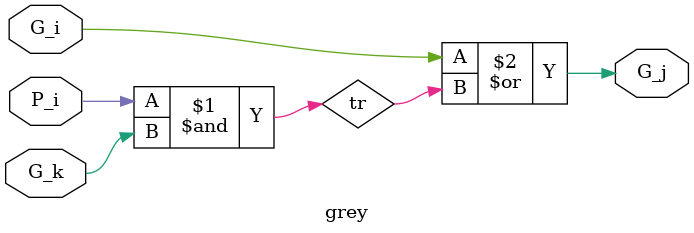
<source format=v>
module grey(input G_i, P_i, G_k,
            output G_j);

        wire tr;

        and (tr, P_i, G_k);
        or (G_j, G_i, tr);
        
endmodule
</source>
